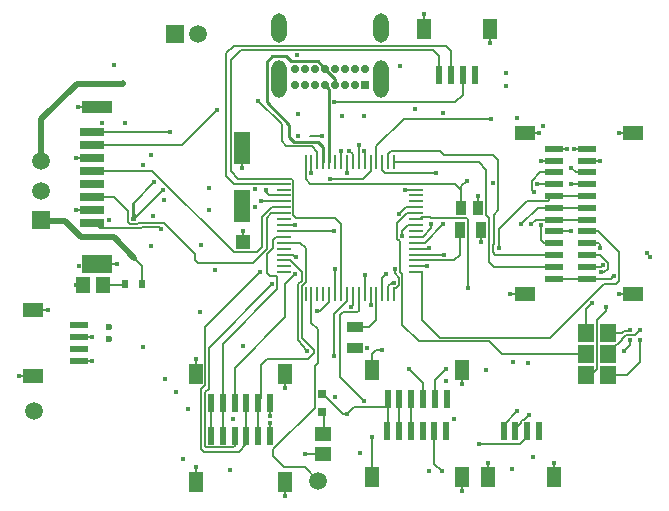
<source format=gtl>
G04*
G04 #@! TF.GenerationSoftware,Altium Limited,Altium Designer,24.7.2 (38)*
G04*
G04 Layer_Physical_Order=1*
G04 Layer_Color=255*
%FSLAX44Y44*%
%MOMM*%
G71*
G04*
G04 #@! TF.SameCoordinates,27BF797F-714E-4A77-BE02-AF934A81444A*
G04*
G04*
G04 #@! TF.FilePolarity,Positive*
G04*
G01*
G75*
%ADD11C,0.5000*%
%ADD12C,0.2000*%
%ADD16C,0.2540*%
%ADD21R,0.6000X1.5000*%
%ADD22R,1.2000X1.8000*%
G04:AMPARAMS|DCode=23|XSize=0.2125mm|YSize=1.1883mm|CornerRadius=0.1062mm|HoleSize=0mm|Usage=FLASHONLY|Rotation=90.000|XOffset=0mm|YOffset=0mm|HoleType=Round|Shape=RoundedRectangle|*
%AMROUNDEDRECTD23*
21,1,0.2125,0.9758,0,0,90.0*
21,1,0.0000,1.1883,0,0,90.0*
1,1,0.2125,0.4879,0.0000*
1,1,0.2125,0.4879,0.0000*
1,1,0.2125,-0.4879,0.0000*
1,1,0.2125,-0.4879,0.0000*
%
%ADD23ROUNDEDRECTD23*%
G04:AMPARAMS|DCode=24|XSize=1.1883mm|YSize=0.2125mm|CornerRadius=0.1062mm|HoleSize=0mm|Usage=FLASHONLY|Rotation=90.000|XOffset=0mm|YOffset=0mm|HoleType=Round|Shape=RoundedRectangle|*
%AMROUNDEDRECTD24*
21,1,1.1883,0.0000,0,0,90.0*
21,1,0.9758,0.2125,0,0,90.0*
1,1,0.2125,0.0000,0.4879*
1,1,0.2125,0.0000,-0.4879*
1,1,0.2125,0.0000,-0.4879*
1,1,0.2125,0.0000,0.4879*
%
%ADD24ROUNDEDRECTD24*%
%ADD25R,0.2125X1.1883*%
%ADD26R,0.6000X1.5500*%
%ADD27R,0.8000X0.8000*%
%ADD28R,0.9578X1.2621*%
%ADD30R,1.5500X0.6000*%
%ADD31R,0.4500X0.4500*%
%ADD32R,0.9500X1.4000*%
%ADD33R,2.0000X0.7000*%
%ADD34R,1.4000X0.9500*%
%ADD36R,1.8000X1.2000*%
%ADD37R,1.2000X1.2000*%
%ADD40R,2.6000X1.5000*%
%ADD41R,1.4000X2.7000*%
%ADD42R,2.6000X1.0000*%
%ADD44R,1.5000X0.6000*%
G04:AMPARAMS|DCode=48|XSize=1.3mm|YSize=3.2mm|CornerRadius=0.65mm|HoleSize=0mm|Usage=FLASHONLY|Rotation=180.000|XOffset=0mm|YOffset=0mm|HoleType=Round|Shape=RoundedRectangle|*
%AMROUNDEDRECTD48*
21,1,1.3000,1.9000,0,0,180.0*
21,1,0.0000,3.2000,0,0,180.0*
1,1,1.3000,0.0000,0.9500*
1,1,1.3000,0.0000,0.9500*
1,1,1.3000,0.0000,-0.9500*
1,1,1.3000,0.0000,-0.9500*
%
%ADD48ROUNDEDRECTD48*%
G04:AMPARAMS|DCode=49|XSize=1.3mm|YSize=2.5mm|CornerRadius=0.65mm|HoleSize=0mm|Usage=FLASHONLY|Rotation=180.000|XOffset=0mm|YOffset=0mm|HoleType=Round|Shape=RoundedRectangle|*
%AMROUNDEDRECTD49*
21,1,1.3000,1.2000,0,0,180.0*
21,1,0.0000,2.5000,0,0,180.0*
1,1,1.3000,0.0000,0.6000*
1,1,1.3000,0.0000,0.6000*
1,1,1.3000,0.0000,-0.6000*
1,1,1.3000,0.0000,-0.6000*
%
%ADD49ROUNDEDRECTD49*%
%ADD55C,0.7000*%
G04:AMPARAMS|DCode=56|XSize=0.7mm|YSize=1.6mm|CornerRadius=0.35mm|HoleSize=0mm|Usage=FLASHONLY|Rotation=180.000|XOffset=0mm|YOffset=0mm|HoleType=Round|Shape=RoundedRectangle|*
%AMROUNDEDRECTD56*
21,1,0.7000,0.9000,0,0,180.0*
21,1,0.0000,1.6000,0,0,180.0*
1,1,0.7000,0.0000,0.4500*
1,1,0.7000,0.0000,0.4500*
1,1,0.7000,0.0000,-0.4500*
1,1,0.7000,0.0000,-0.4500*
%
%ADD56ROUNDEDRECTD56*%
%ADD57R,0.7000X0.7000*%
%ADD63R,1.4500X1.1500*%
%ADD64R,1.4000X1.5500*%
%ADD65R,0.6000X0.8000*%
%ADD66R,1.1500X1.4500*%
%ADD67C,0.2125*%
%ADD68C,1.5000*%
%ADD69R,1.5000X1.5000*%
%ADD70R,1.5000X1.5000*%
%ADD71C,0.4500*%
%ADD72C,0.6000*%
D11*
X85344Y355527D02*
X95697D01*
X26328Y239414D02*
X46104D01*
X26328D02*
Y239773D01*
Y325540D02*
X56315Y355527D01*
X85344D01*
X26328Y289773D02*
Y325540D01*
X95697Y355527D02*
X95770Y355600D01*
X87470Y225298D02*
X104742Y208026D01*
X46104Y239414D02*
X60220Y225298D01*
X87470D01*
D12*
X55482Y185420D02*
X61078D01*
X55482Y185386D02*
Y185420D01*
X209785Y89408D02*
X212598D01*
X249270Y41498D02*
X265101D01*
X324931Y182372D02*
X326644D01*
X348234Y155702D02*
Y195766D01*
X324931Y289052D02*
X396494D01*
X455930Y257302D02*
Y260364D01*
X75184Y234253D02*
Y237869D01*
X380382Y210228D02*
Y231864D01*
X347980Y240765D02*
Y242316D01*
X265280Y55735D02*
Y79710D01*
X104394Y240538D02*
X129032Y265176D01*
X104140Y240538D02*
Y254203D01*
X460562Y240364D02*
X488342D01*
X455930Y260364D02*
X460562D01*
X454927Y256299D02*
X455930Y257302D01*
X437655Y256299D02*
X454927D01*
X413512Y232156D02*
X437655Y256299D01*
X413512Y216408D02*
Y232156D01*
X353822Y215766D02*
X354464Y216408D01*
X343344Y215766D02*
X353822D01*
X446706Y250364D02*
X460562D01*
X432562Y236220D02*
X446706Y250364D01*
X351028Y220766D02*
X366482Y236220D01*
X343344Y220766D02*
X351028D01*
X444834Y240364D02*
X460562D01*
X440944Y236474D02*
X444834Y240364D01*
X356362Y233131D02*
Y236982D01*
X348996Y225765D02*
X356362Y233131D01*
X343344Y225765D02*
X348996D01*
X460562Y250364D02*
X488342D01*
X460562Y260364D02*
X488342D01*
X313377Y81331D02*
Y82042D01*
X85417Y355527D02*
X86170Y354774D01*
X85344Y355600D02*
X85417Y355527D01*
X284565Y75852D02*
X284814Y75603D01*
X281638Y75852D02*
X284565D01*
X265280Y92210D02*
X281638Y75852D01*
X290541Y81331D02*
X313377D01*
X284814Y75603D02*
X290541Y81331D01*
X57482Y335869D02*
X73733D01*
Y202369D02*
X89983D01*
X196733Y221369D02*
Y230619D01*
X195732Y284119D02*
Y300869D01*
X55482Y292869D02*
X68732D01*
X382417Y101081D02*
Y113331D01*
X309422Y129756D02*
X314960D01*
X306417Y126751D02*
X309422Y129756D01*
X306417Y113331D02*
Y126751D01*
X232785Y97774D02*
Y110024D01*
X156785D02*
Y122275D01*
X219785Y73774D02*
Y84774D01*
X382045Y10192D02*
Y22442D01*
X306324Y43513D02*
Y56139D01*
X306045Y43234D02*
X306324Y43513D01*
X306045Y22442D02*
Y43234D01*
X232785Y6210D02*
Y18460D01*
X156785D02*
Y30710D01*
X219785Y57460D02*
Y68211D01*
X460562Y22110D02*
Y34360D01*
X404562Y22110D02*
Y34360D01*
X515092Y313364D02*
X527342D01*
X515092Y177364D02*
X527342D01*
X477592Y300364D02*
X488342D01*
Y290364D02*
X499092D01*
X396175Y250396D02*
Y259957D01*
X398881Y221613D02*
Y231864D01*
X435312Y313364D02*
X447563D01*
X423062Y177364D02*
X435312D01*
X460562Y300364D02*
X471562D01*
X449562Y290364D02*
X460562D01*
X19213Y163926D02*
X31464D01*
X6963Y107927D02*
X19213D01*
X58214Y140926D02*
X68963D01*
X58214Y120926D02*
X68963D01*
X334152Y265766D02*
X343344D01*
Y200766D02*
X352536D01*
X254932Y279986D02*
Y289178D01*
X304931Y168162D02*
Y177354D01*
X406015Y389700D02*
Y401950D01*
X350015D02*
Y414201D01*
X199785Y50038D02*
Y57460D01*
X381631Y265430D02*
Y268389D01*
Y250396D02*
Y265430D01*
X319417Y83331D02*
Y86827D01*
X313377Y82042D02*
X317246D01*
X104140Y254203D02*
X104394Y254458D01*
X239322Y210765D02*
X241808Y208280D01*
X231519Y210765D02*
X239322D01*
X250952Y129032D02*
X251302Y129382D01*
X243868Y138147D02*
X251302Y129382D01*
X243840Y138176D02*
X243868Y138147D01*
X243840Y138176D02*
Y185502D01*
X246634Y188296D01*
Y195606D01*
X236474Y205766D02*
X246634Y195606D01*
X231519Y205766D02*
X236474D01*
X189785Y84774D02*
Y114855D01*
X232803Y157873D01*
Y186067D01*
X241046Y194310D01*
X270256Y275082D02*
X298450D01*
X304931Y281563D01*
Y289178D01*
X189785Y49022D02*
Y57460D01*
X188515Y47752D02*
X189785Y49022D01*
X165608Y47752D02*
X188515D01*
X164592Y48768D02*
X165608Y47752D01*
X164592Y48768D02*
Y93992D01*
X167786Y97186D01*
Y131718D01*
X221488Y185420D01*
X331978Y226822D02*
Y230886D01*
X336858Y235766D01*
X343344D01*
X209785Y84774D02*
Y89408D01*
X212598D02*
Y117602D01*
X217424Y122428D01*
X251968D01*
X257048Y127508D01*
Y129794D01*
X246869Y139973D02*
X257048Y129794D01*
X246869Y139973D02*
Y184260D01*
X249936Y187327D01*
Y216408D01*
X245578Y220766D02*
X249936Y216408D01*
X231519Y220766D02*
X245578D01*
X193435Y43688D02*
X199785Y50038D01*
X163830Y43688D02*
X193435D01*
X161290Y46228D02*
X163830Y43688D01*
X161290Y46228D02*
Y96520D01*
X164785Y100015D01*
Y149625D01*
X211074Y195913D01*
X299212Y298450D02*
X299931Y297731D01*
Y289178D02*
Y297731D01*
X179785Y84774D02*
Y135216D01*
X225806Y181237D01*
Y191635D01*
X224919Y192522D02*
X225806Y191635D01*
X219456Y192522D02*
X224919D01*
X216916Y195062D02*
X219456Y192522D01*
X216916Y195062D02*
Y211373D01*
X221996Y216453D01*
Y222758D01*
X225003Y225765D01*
X231519D01*
X314931Y177354D02*
Y190725D01*
X318401Y194195D01*
X500084Y200364D02*
X501396Y201676D01*
X488342Y200364D02*
X500084D01*
X474472Y270364D02*
X488342D01*
X343344Y210765D02*
X366721D01*
X488342Y210364D02*
X498803D01*
X505714Y203454D01*
Y198779D02*
Y203454D01*
X503022Y196088D02*
X505714Y198779D01*
X500380Y196088D02*
X503022D01*
X322725Y186944D02*
X324612D01*
X319931Y184150D02*
X322725Y186944D01*
X319931Y177354D02*
Y184150D01*
X488342Y220364D02*
X497840D01*
X498856Y219348D01*
Y216662D02*
Y219348D01*
X325374Y194750D02*
Y198628D01*
Y194750D02*
X328930Y191194D01*
Y184658D02*
Y191194D01*
X326644Y182372D02*
X328930Y184658D01*
X324931Y177354D02*
Y182372D01*
X343344Y195766D02*
X348234D01*
Y155702D02*
X363406Y140529D01*
X457013D01*
X502412Y185928D01*
X512826D01*
X515366Y188468D01*
Y212838D01*
X497840Y230364D02*
X515366Y212838D01*
X488342Y230364D02*
X497840D01*
X409737Y200364D02*
X460562D01*
X405384Y204718D02*
X409737Y200364D01*
X405384Y204718D02*
Y222141D01*
X405638Y222395D01*
Y241808D01*
X403098Y244348D02*
X405638Y241808D01*
X403098Y244348D02*
Y282448D01*
X396494Y289052D02*
X403098Y282448D01*
X324931Y289052D02*
Y289178D01*
X446132Y270364D02*
X460562D01*
X231519Y235766D02*
X240792D01*
X448512Y280364D02*
X460562D01*
X441452Y273304D02*
X448512Y280364D01*
X441452Y265684D02*
Y273304D01*
Y265684D02*
X443230Y263906D01*
X231519Y230765D02*
X274066D01*
X410733Y210364D02*
X460562D01*
X408499Y212598D02*
X410733Y210364D01*
X408499Y212598D02*
Y218761D01*
X409194Y219456D01*
Y244094D01*
X413258Y248158D01*
Y290576D01*
X408432Y295402D02*
X413258Y290576D01*
X366776Y295402D02*
X408432D01*
X363982Y298196D02*
X366776Y295402D01*
X322217Y298196D02*
X363982D01*
X319931Y295910D02*
X322217Y298196D01*
X319931Y289178D02*
Y295910D01*
X451974Y220364D02*
X460562D01*
X449580Y222758D02*
X451974Y220364D01*
X449580Y222758D02*
Y235712D01*
X317246Y279908D02*
X360426D01*
X314931Y282223D02*
X317246Y279908D01*
X314931Y282223D02*
Y289178D01*
X309932D02*
Y302514D01*
X333046Y325628D01*
X407162D01*
X460562Y230364D02*
X474472D01*
X273812Y124460D02*
Y160274D01*
X284932Y171394D01*
Y177354D01*
X294931Y163105D02*
Y177354D01*
X293878Y162052D02*
X294931Y163105D01*
X281940Y162052D02*
X293878D01*
X279400Y159512D02*
X281940Y162052D01*
X279400Y106680D02*
Y159512D01*
Y106680D02*
X299212Y86868D01*
X279931Y177354D02*
Y236982D01*
X274851Y242062D02*
X279931Y236982D01*
X241808Y242062D02*
X274851D01*
X239522Y244348D02*
X241808Y242062D01*
X239522Y244348D02*
Y273558D01*
X237998Y275082D02*
X239522Y273558D01*
X193040Y275082D02*
X237998D01*
X186690Y281432D02*
X193040Y275082D01*
X186690Y281432D02*
Y375412D01*
X195580Y384302D01*
X357935D01*
X363015Y379222D01*
Y362950D02*
Y379222D01*
X221810Y250766D02*
X231519D01*
X213360Y242316D02*
X221810Y250766D01*
X213360Y217424D02*
Y242316D01*
X209042Y213106D02*
X213360Y217424D01*
X188976Y213106D02*
X209042D01*
X120213Y281869D02*
X188976Y213106D01*
X68732Y281869D02*
X120213D01*
X68732Y259869D02*
X87376D01*
X99314Y247931D01*
Y238523D02*
Y247931D01*
Y238523D02*
X101600Y236237D01*
X107253D01*
X108506Y237490D01*
X129916D01*
X156464Y210942D01*
Y206248D02*
Y210942D01*
Y206248D02*
X158750Y203962D01*
X205232D01*
X216916Y215646D01*
Y241620D01*
X221062Y245766D01*
X231519D01*
X289932Y289178D02*
Y295538D01*
X287020Y298450D02*
X289932Y295538D01*
X68732Y314869D02*
X135473D01*
X68732Y237869D02*
X75184D01*
Y234253D02*
X76265Y233172D01*
X110188D01*
X111281Y234265D01*
X125653D01*
X127762Y232156D01*
X216154Y263398D02*
Y265430D01*
Y263398D02*
X218786Y260765D01*
X231519D01*
X55626Y248869D02*
X68732D01*
X211836Y255766D02*
X231519D01*
X189736Y270766D02*
X231519D01*
X182880Y277622D02*
X189736Y270766D01*
X182880Y277622D02*
Y381254D01*
X189230Y387604D01*
X368697D01*
X373015Y383286D01*
Y362950D02*
Y383286D01*
X259931Y289177D02*
Y297942D01*
X255073Y302800D02*
X259931Y297942D01*
X233680Y302800D02*
X255073D01*
X229616Y306864D02*
X233680Y302800D01*
X229616Y306864D02*
Y321310D01*
X210058Y340868D02*
X229616Y321310D01*
X274320Y339852D02*
X274574Y339598D01*
X376665D01*
X383015Y345948D01*
Y362950D01*
X416191Y126859D02*
X487262D01*
X405636Y137414D02*
X416191Y126859D01*
X346087Y137414D02*
X405636D01*
X331978Y151523D02*
X346087Y137414D01*
X331978Y151523D02*
Y194079D01*
X329692Y196365D02*
X331978Y194079D01*
X329692Y196365D02*
Y222317D01*
X327660Y224349D02*
X329692Y222317D01*
X327660Y224349D02*
Y237236D01*
X336190Y245766D01*
X343344D01*
X343343Y240765D02*
X347980D01*
Y242316D02*
X355346D01*
X355854Y241808D01*
X386080D01*
X387350Y240538D01*
Y182118D02*
Y240538D01*
X503936Y162560D02*
Y166624D01*
X496824Y155448D02*
X503936Y162560D01*
X496824Y113573D02*
Y155448D01*
X491998Y108747D02*
X496824Y113573D01*
X487362Y108747D02*
X491998D01*
X249270Y30734D02*
X260855Y19149D01*
X231902Y30734D02*
X249270D01*
X222785Y39850D02*
X231902Y30734D01*
X222785Y39850D02*
Y45747D01*
X257556Y80518D01*
Y116514D01*
X260350Y119308D01*
Y147574D01*
X254932Y152992D02*
X260350Y147574D01*
X254932Y152992D02*
Y177354D01*
X487340Y144756D02*
Y164506D01*
X492760Y169926D01*
X329438Y245110D02*
X335094Y250766D01*
X343344D01*
X478588Y280364D02*
X488342D01*
X474980Y283972D02*
X478588Y280364D01*
X284932Y279654D02*
Y289178D01*
X299931Y177354D02*
Y193834D01*
X269931Y170942D02*
Y177354D01*
X261803Y162814D02*
X269931Y170942D01*
X259588Y162814D02*
X261803D01*
X294932Y289177D02*
Y303276D01*
X145373Y303869D02*
X174565Y333061D01*
X68732Y303869D02*
X145373D01*
X288544Y166370D02*
X289932Y167758D01*
Y177354D01*
X274932D02*
Y198882D01*
X254000Y270766D02*
X343344D01*
X249931Y274834D02*
X254000Y270766D01*
X249931Y274834D02*
Y289178D01*
X343344Y270766D02*
X376295D01*
X381631Y265430D01*
X343343Y205766D02*
X375920D01*
X380382Y210228D01*
X61078Y185386D02*
Y185420D01*
X291845Y149754D02*
X303983D01*
X309932Y155702D01*
Y177354D01*
X381631Y268389D02*
X386433Y273191D01*
X317417Y81331D02*
X319417Y83331D01*
Y62160D02*
Y83331D01*
X261713Y310870D02*
X263755D01*
X253506D02*
X261713D01*
X279931Y289178D02*
Y298369D01*
X104394Y254458D02*
X121929Y271992D01*
X104394Y243431D02*
Y254458D01*
X319005Y61748D02*
X319045Y61709D01*
Y61442D02*
Y61709D01*
X319005Y61748D02*
X319417Y62160D01*
X508120Y190364D02*
X510159Y192403D01*
X510835D01*
X460562Y190364D02*
X488342D01*
X508120D01*
X524275Y134534D02*
Y138726D01*
X519244Y129504D02*
X524275Y134534D01*
X380382Y231864D02*
X380625D01*
X291805Y149794D02*
X291845Y149754D01*
X169785Y57460D02*
Y84774D01*
X506362Y108747D02*
X522059D01*
X339417Y61814D02*
Y88082D01*
X339045Y61442D02*
X339417Y61814D01*
X329045Y61442D02*
X329417Y61814D01*
Y88082D01*
X337535Y114008D02*
X349417Y102126D01*
Y88082D02*
Y102126D01*
X359417Y104829D02*
X368734Y114146D01*
X359417Y88082D02*
Y104829D01*
X359045Y33554D02*
X365297Y27302D01*
X359045Y33554D02*
Y61442D01*
X265280Y55735D02*
X265355Y55659D01*
X209785Y57460D02*
Y84774D01*
X199785Y57460D02*
Y84774D01*
X179785Y57460D02*
Y84774D01*
X532775Y119463D02*
Y138726D01*
X522059Y108747D02*
X532775Y119463D01*
X528525Y142976D02*
X532775Y147225D01*
X517682Y139462D02*
X521196Y142976D01*
X517682Y138520D02*
Y139462D01*
X514169Y135006D02*
X517682Y138520D01*
X513659Y135006D02*
X514169D01*
X506263Y127609D02*
X513659Y135006D01*
X506263Y126859D02*
Y127609D01*
X518025Y144756D02*
X519244Y145976D01*
X523024D01*
X506340Y144756D02*
X518025D01*
X521196Y142976D02*
X528525D01*
X523024Y145976D02*
X524275Y147225D01*
X431441Y50489D02*
X437562Y56610D01*
X396946Y50489D02*
X431441D01*
X437562Y56610D02*
Y61110D01*
X417562Y66785D02*
X429039Y78262D01*
X417562Y61110D02*
Y66785D01*
X432562Y68461D02*
Y69438D01*
X427562Y63461D02*
X432562Y68461D01*
Y69438D02*
X433734Y70610D01*
X434711D01*
X438960Y74859D01*
X427562Y61110D02*
Y63461D01*
X111490Y185884D02*
Y201279D01*
X104742Y208026D02*
X111490Y201279D01*
X78578Y185386D02*
X96492D01*
X96990Y185884D01*
D16*
X260113Y374396D02*
X266482Y368026D01*
X237744Y374396D02*
X260113D01*
X233426Y378714D02*
X237744Y374396D01*
X221488Y378714D02*
X233426D01*
X216916Y374142D02*
X221488Y378714D01*
X216916Y339598D02*
Y374142D01*
Y339598D02*
X235966Y320548D01*
Y310134D02*
Y320548D01*
Y310134D02*
X239776Y306324D01*
X260613D01*
X264931Y302006D01*
X266482Y354526D02*
X269931Y351077D01*
X274983Y354526D02*
Y359526D01*
X266482Y368026D02*
X274983Y359526D01*
D21*
X363015Y362950D02*
D03*
X373015D02*
D03*
X383015D02*
D03*
X393015D02*
D03*
X319045Y61442D02*
D03*
X169785Y57460D02*
D03*
X447562Y61110D02*
D03*
X369045Y61442D02*
D03*
X219785Y57460D02*
D03*
X417562Y61110D02*
D03*
X427562D02*
D03*
X437562D02*
D03*
X209785Y57460D02*
D03*
X199785D02*
D03*
X189785D02*
D03*
X179785D02*
D03*
X359045Y61442D02*
D03*
X349045D02*
D03*
X339045D02*
D03*
X329045D02*
D03*
D22*
X350015Y401950D02*
D03*
X406015D02*
D03*
X460562Y22110D02*
D03*
X382417Y113331D02*
D03*
X404562Y22110D02*
D03*
X382045Y22442D02*
D03*
X306417Y113331D02*
D03*
X306045Y22442D02*
D03*
X232785Y110024D02*
D03*
Y18460D02*
D03*
X156785Y110024D02*
D03*
Y18460D02*
D03*
D23*
X231519Y195766D02*
D03*
Y200766D02*
D03*
X231519Y205766D02*
D03*
X231519Y210765D02*
D03*
Y215766D02*
D03*
Y220766D02*
D03*
Y225765D02*
D03*
Y230765D02*
D03*
Y235766D02*
D03*
X231519Y240765D02*
D03*
X231519Y245766D02*
D03*
Y250766D02*
D03*
Y255766D02*
D03*
Y260765D02*
D03*
Y265766D02*
D03*
Y270766D02*
D03*
X343344D02*
D03*
Y265766D02*
D03*
Y260765D02*
D03*
Y255766D02*
D03*
Y250766D02*
D03*
Y245766D02*
D03*
X343343Y240765D02*
D03*
X343344Y235766D02*
D03*
Y230765D02*
D03*
Y225765D02*
D03*
Y220766D02*
D03*
Y215766D02*
D03*
Y210765D02*
D03*
X343343Y205766D02*
D03*
X343344Y200766D02*
D03*
Y195766D02*
D03*
D24*
X249931Y289178D02*
D03*
X254932D02*
D03*
X259931Y289177D02*
D03*
X264931Y289178D02*
D03*
X269931D02*
D03*
X274932D02*
D03*
X279931D02*
D03*
X284932D02*
D03*
X289932D02*
D03*
X294932Y289177D02*
D03*
X299931Y289178D02*
D03*
X304931D02*
D03*
X309932D02*
D03*
X314931D02*
D03*
X319931D02*
D03*
X324931D02*
D03*
Y177354D02*
D03*
X319931D02*
D03*
X314931D02*
D03*
X309932D02*
D03*
X304931D02*
D03*
X299931D02*
D03*
X294931D02*
D03*
X289932D02*
D03*
X284932D02*
D03*
X279931D02*
D03*
X274932D02*
D03*
X269931D02*
D03*
X264931D02*
D03*
X259931D02*
D03*
X254932D02*
D03*
D25*
X249931D02*
D03*
D26*
X319417Y88082D02*
D03*
X169785Y84774D02*
D03*
X369417Y88082D02*
D03*
X219785Y84774D02*
D03*
X209785D02*
D03*
X199785D02*
D03*
X189785D02*
D03*
X179785D02*
D03*
X359417Y88082D02*
D03*
X349417D02*
D03*
X339417D02*
D03*
X329417D02*
D03*
D27*
X264263Y92282D02*
D03*
Y77282D02*
D03*
D28*
X381631Y250396D02*
D03*
X396175D02*
D03*
D30*
X460562Y190364D02*
D03*
Y300364D02*
D03*
Y290364D02*
D03*
Y280364D02*
D03*
Y270364D02*
D03*
Y260364D02*
D03*
Y250364D02*
D03*
Y240364D02*
D03*
Y230364D02*
D03*
Y220364D02*
D03*
Y210364D02*
D03*
Y200364D02*
D03*
D31*
X524275Y138726D02*
D03*
Y147225D02*
D03*
X532775D02*
D03*
Y138726D02*
D03*
D32*
X380382Y231864D02*
D03*
X398881D02*
D03*
D33*
X68732Y270869D02*
D03*
Y292869D02*
D03*
Y314869D02*
D03*
Y303869D02*
D03*
Y281869D02*
D03*
Y259869D02*
D03*
Y248869D02*
D03*
Y237869D02*
D03*
D34*
X291845Y149754D02*
D03*
Y131254D02*
D03*
D36*
X527342Y313364D02*
D03*
X435312D02*
D03*
X527342Y177364D02*
D03*
X435312D02*
D03*
X19213Y163926D02*
D03*
Y107927D02*
D03*
D37*
X196733Y221369D02*
D03*
D40*
X73733Y202369D02*
D03*
D41*
X195732Y300869D02*
D03*
Y251869D02*
D03*
D42*
X73733Y335869D02*
D03*
D44*
X488342Y190364D02*
D03*
Y300364D02*
D03*
Y290364D02*
D03*
X58214Y140926D02*
D03*
Y120926D02*
D03*
Y150927D02*
D03*
Y130926D02*
D03*
X488342Y280364D02*
D03*
Y270364D02*
D03*
Y260364D02*
D03*
Y250364D02*
D03*
Y240364D02*
D03*
Y230364D02*
D03*
Y220364D02*
D03*
Y210364D02*
D03*
Y200364D02*
D03*
D48*
X227533Y359526D02*
D03*
X313933D02*
D03*
D49*
X227533Y402526D02*
D03*
X313933D02*
D03*
D55*
X283483Y354526D02*
D03*
X274983D02*
D03*
X266482D02*
D03*
X257983D02*
D03*
Y368026D02*
D03*
X266482D02*
D03*
X274983D02*
D03*
X283483D02*
D03*
X240982D02*
D03*
Y354526D02*
D03*
X300482Y368026D02*
D03*
X249483D02*
D03*
Y354526D02*
D03*
X291982D02*
D03*
Y368026D02*
D03*
D56*
X227533Y359526D02*
D03*
Y401026D02*
D03*
X313933Y359526D02*
D03*
Y401026D02*
D03*
D57*
X300482Y354526D02*
D03*
D63*
X265101Y41599D02*
D03*
Y59099D02*
D03*
D64*
X487340Y144756D02*
D03*
X506340D02*
D03*
X487262Y126859D02*
D03*
X506263D02*
D03*
X487362Y108747D02*
D03*
X506362D02*
D03*
D65*
X111490Y185884D02*
D03*
X96990D02*
D03*
D66*
X61078Y185386D02*
D03*
X78578D02*
D03*
D67*
X264931Y289178D02*
Y302006D01*
X269931Y289178D02*
Y351077D01*
D68*
X260855Y19149D02*
D03*
X26328Y289773D02*
D03*
Y264773D02*
D03*
X19812Y77978D02*
D03*
X159080Y397710D02*
D03*
D69*
X26328Y239773D02*
D03*
D70*
X139080Y397710D02*
D03*
D71*
X413512Y216408D02*
D03*
X354464D02*
D03*
X432562Y236220D02*
D03*
X366482D02*
D03*
X440944Y236474D02*
D03*
X356362Y236982D02*
D03*
X249270Y41498D02*
D03*
X95770Y355600D02*
D03*
X160447Y162401D02*
D03*
X161791Y218755D02*
D03*
X57482Y335869D02*
D03*
X89983Y202369D02*
D03*
X196733Y230619D02*
D03*
X195732Y284119D02*
D03*
X55482Y292869D02*
D03*
X382417Y101081D02*
D03*
X314960Y129756D02*
D03*
X232785Y97774D02*
D03*
X156785Y122275D02*
D03*
X219785Y73774D02*
D03*
X382045Y10192D02*
D03*
X306324Y56139D02*
D03*
X425515Y119984D02*
D03*
X172845Y197864D02*
D03*
X196845Y133364D02*
D03*
X232785Y6210D02*
D03*
X156785Y30710D02*
D03*
X219785Y68211D02*
D03*
X460562Y34360D02*
D03*
X404562D02*
D03*
X515092Y313364D02*
D03*
Y177364D02*
D03*
X477592Y300364D02*
D03*
X499092Y290364D02*
D03*
X112395Y132260D02*
D03*
X140457Y94748D02*
D03*
X83332Y240030D02*
D03*
X120650Y243000D02*
D03*
X119286Y217587D02*
D03*
X429184Y326405D02*
D03*
X366440Y330444D02*
D03*
X451219Y319786D02*
D03*
X119201Y294825D02*
D03*
X207207Y251333D02*
D03*
X396175Y259957D02*
D03*
X168588Y248413D02*
D03*
X398881Y221613D02*
D03*
X343003Y333760D02*
D03*
X243228Y329370D02*
D03*
X302096Y131254D02*
D03*
X299276Y328299D02*
D03*
X541843Y208720D02*
D03*
X538725Y212339D02*
D03*
X442828Y39553D02*
D03*
X275253Y90147D02*
D03*
X186301Y28516D02*
D03*
X188401Y71862D02*
D03*
X447563Y313364D02*
D03*
X423062Y177364D02*
D03*
X471562Y300364D02*
D03*
X449562Y290364D02*
D03*
X31464Y163926D02*
D03*
X6963Y107927D02*
D03*
X68963Y140926D02*
D03*
Y120926D02*
D03*
X87642Y370873D02*
D03*
X58481Y201200D02*
D03*
X146307Y37937D02*
D03*
X77434Y322468D02*
D03*
X96949Y322419D02*
D03*
X408541Y271344D02*
D03*
X329728Y370128D02*
D03*
X242978Y379578D02*
D03*
X368747Y104076D02*
D03*
X295969Y42770D02*
D03*
X354695Y27348D02*
D03*
X402856Y113158D02*
D03*
X131021Y105779D02*
D03*
X111894Y286303D02*
D03*
X130380Y257302D02*
D03*
X334152Y265766D02*
D03*
X352536Y200766D02*
D03*
X254932Y279986D02*
D03*
X304931Y168162D02*
D03*
X406015Y389700D02*
D03*
X350015Y414201D02*
D03*
X241808Y208280D02*
D03*
X250952Y129032D02*
D03*
X241046Y194310D02*
D03*
X270256Y275082D02*
D03*
X221488Y185420D02*
D03*
X331978Y226822D02*
D03*
X211074Y195913D02*
D03*
X299212Y298450D02*
D03*
X318401Y194195D02*
D03*
X501396Y201676D02*
D03*
X474472Y270364D02*
D03*
X366721Y210765D02*
D03*
X500380Y196088D02*
D03*
X324612Y186944D02*
D03*
X498856Y216662D02*
D03*
X325374Y198628D02*
D03*
X446132Y270364D02*
D03*
X240792Y235766D02*
D03*
X443230Y263906D02*
D03*
X274066Y230765D02*
D03*
X449580Y235712D02*
D03*
X360426Y279908D02*
D03*
X407162Y325628D02*
D03*
X474472Y230364D02*
D03*
X273812Y124460D02*
D03*
X299212Y86868D02*
D03*
X287020Y298450D02*
D03*
X135473Y314869D02*
D03*
X127762Y232156D02*
D03*
X216154Y265430D02*
D03*
X55626Y248869D02*
D03*
X211836Y255766D02*
D03*
X210058Y340868D02*
D03*
X274320Y339852D02*
D03*
X387350Y182118D02*
D03*
X503936Y166624D02*
D03*
X492760Y169926D02*
D03*
X329438Y245110D02*
D03*
X474980Y283972D02*
D03*
X284932Y279654D02*
D03*
X299931Y193834D02*
D03*
X259588Y162814D02*
D03*
X294932Y303276D02*
D03*
X174565Y333061D02*
D03*
X288544Y166370D02*
D03*
X274932Y198882D02*
D03*
X129032Y265176D02*
D03*
X104394Y240538D02*
D03*
X104140D02*
D03*
X280776Y328299D02*
D03*
X279931Y298369D02*
D03*
X55482Y185386D02*
D03*
X68732Y270869D02*
D03*
X104394Y243431D02*
D03*
X207206Y265876D02*
D03*
X168588Y266913D02*
D03*
X243228Y310870D02*
D03*
X419623Y353505D02*
D03*
Y364632D02*
D03*
X375795Y71210D02*
D03*
X284814Y75603D02*
D03*
X150018Y80204D02*
D03*
X386433Y273191D02*
D03*
X381631Y250396D02*
D03*
X510835Y192403D02*
D03*
X519244Y129504D02*
D03*
X438215Y119146D02*
D03*
X380625Y231864D02*
D03*
X424328Y29302D02*
D03*
X263755Y310870D02*
D03*
X291845Y149754D02*
D03*
X337535Y114008D02*
D03*
X368734Y114146D02*
D03*
X365297Y27302D02*
D03*
X349045Y61442D02*
D03*
X121929Y271992D02*
D03*
X396946Y50489D02*
D03*
X429039Y78262D02*
D03*
X438960Y74859D02*
D03*
X104742Y208026D02*
D03*
D72*
X83334Y138936D02*
D03*
X83119Y149794D02*
D03*
X169785Y57460D02*
D03*
M02*

</source>
